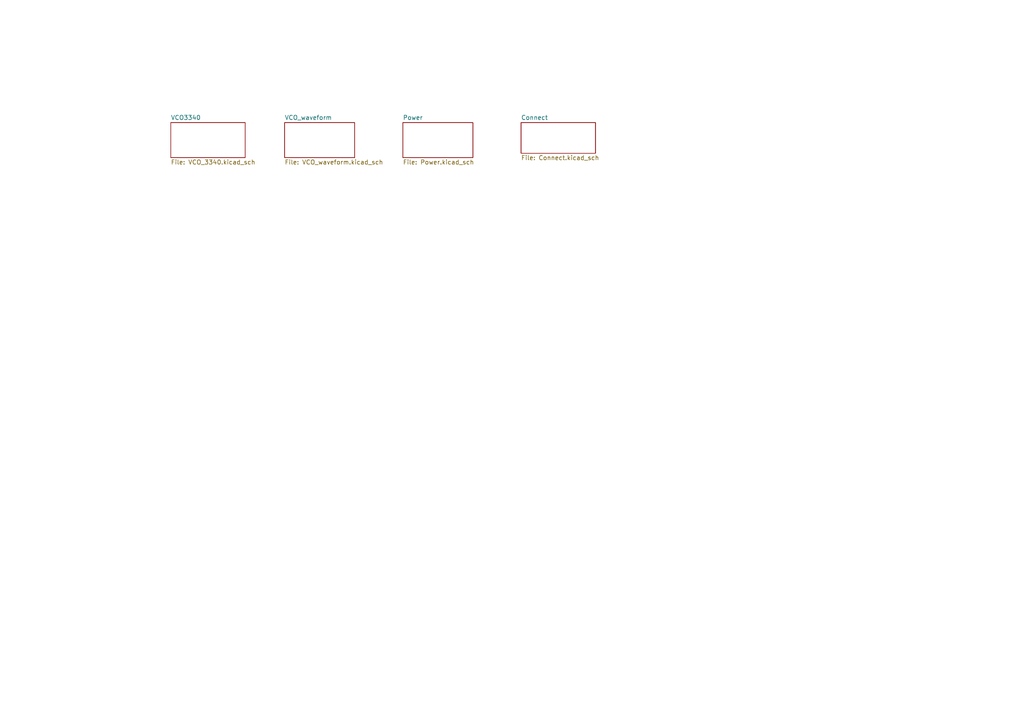
<source format=kicad_sch>
(kicad_sch
	(version 20250114)
	(generator "eeschema")
	(generator_version "9.0")
	(uuid "f12ca224-71f1-48f9-bb93-daf1efeb29b4")
	(paper "A4")
	(lib_symbols)
	(sheet
		(at 82.55 35.56)
		(size 20.32 10.16)
		(exclude_from_sim no)
		(in_bom yes)
		(on_board yes)
		(dnp no)
		(fields_autoplaced yes)
		(stroke
			(width 0.1524)
			(type solid)
		)
		(fill
			(color 0 0 0 0.0000)
		)
		(uuid "3103ac23-a72d-4940-a95f-5b7379699b6e")
		(property "Sheetname" "VCO_waveform"
			(at 82.55 34.8484 0)
			(effects
				(font
					(size 1.27 1.27)
				)
				(justify left bottom)
			)
		)
		(property "Sheetfile" "VCO_waveform.kicad_sch"
			(at 82.55 46.3046 0)
			(effects
				(font
					(size 1.27 1.27)
				)
				(justify left top)
			)
		)
		(instances
			(project "VCOBoard"
				(path "/f12ca224-71f1-48f9-bb93-daf1efeb29b4"
					(page "3")
				)
			)
		)
	)
	(sheet
		(at 151.13 35.56)
		(size 21.59 8.89)
		(exclude_from_sim no)
		(in_bom yes)
		(on_board yes)
		(dnp no)
		(fields_autoplaced yes)
		(stroke
			(width 0.1524)
			(type solid)
		)
		(fill
			(color 0 0 0 0.0000)
		)
		(uuid "64e1f586-d76a-4950-9fe3-51796c552354")
		(property "Sheetname" "Connect"
			(at 151.13 34.8484 0)
			(effects
				(font
					(size 1.27 1.27)
				)
				(justify left bottom)
			)
		)
		(property "Sheetfile" "Connect.kicad_sch"
			(at 151.13 45.0346 0)
			(effects
				(font
					(size 1.27 1.27)
				)
				(justify left top)
			)
		)
		(instances
			(project "VCOBoard"
				(path "/f12ca224-71f1-48f9-bb93-daf1efeb29b4"
					(page "5")
				)
			)
		)
	)
	(sheet
		(at 49.53 35.56)
		(size 21.59 10.16)
		(exclude_from_sim no)
		(in_bom yes)
		(on_board yes)
		(dnp no)
		(fields_autoplaced yes)
		(stroke
			(width 0.1524)
			(type solid)
		)
		(fill
			(color 0 0 0 0.0000)
		)
		(uuid "8aeffca8-38a2-4829-b1fd-3cc853b20d63")
		(property "Sheetname" "VCO3340"
			(at 49.53 34.8484 0)
			(effects
				(font
					(size 1.27 1.27)
				)
				(justify left bottom)
			)
		)
		(property "Sheetfile" "VCO_3340.kicad_sch"
			(at 49.53 46.3046 0)
			(effects
				(font
					(size 1.27 1.27)
				)
				(justify left top)
			)
		)
		(instances
			(project "VCOBoard"
				(path "/f12ca224-71f1-48f9-bb93-daf1efeb29b4"
					(page "2")
				)
			)
		)
	)
	(sheet
		(at 116.84 35.56)
		(size 20.32 10.16)
		(exclude_from_sim no)
		(in_bom yes)
		(on_board yes)
		(dnp no)
		(fields_autoplaced yes)
		(stroke
			(width 0.1524)
			(type solid)
		)
		(fill
			(color 0 0 0 0.0000)
		)
		(uuid "d64e620f-0d4c-4b5b-b1b4-f99a017ac77f")
		(property "Sheetname" "Power"
			(at 116.84 34.8484 0)
			(effects
				(font
					(size 1.27 1.27)
				)
				(justify left bottom)
			)
		)
		(property "Sheetfile" "Power.kicad_sch"
			(at 116.84 46.3046 0)
			(effects
				(font
					(size 1.27 1.27)
				)
				(justify left top)
			)
		)
		(instances
			(project "VCOBoard"
				(path "/f12ca224-71f1-48f9-bb93-daf1efeb29b4"
					(page "4")
				)
			)
		)
	)
	(sheet_instances
		(path "/"
			(page "1")
		)
	)
	(embedded_fonts no)
)

</source>
